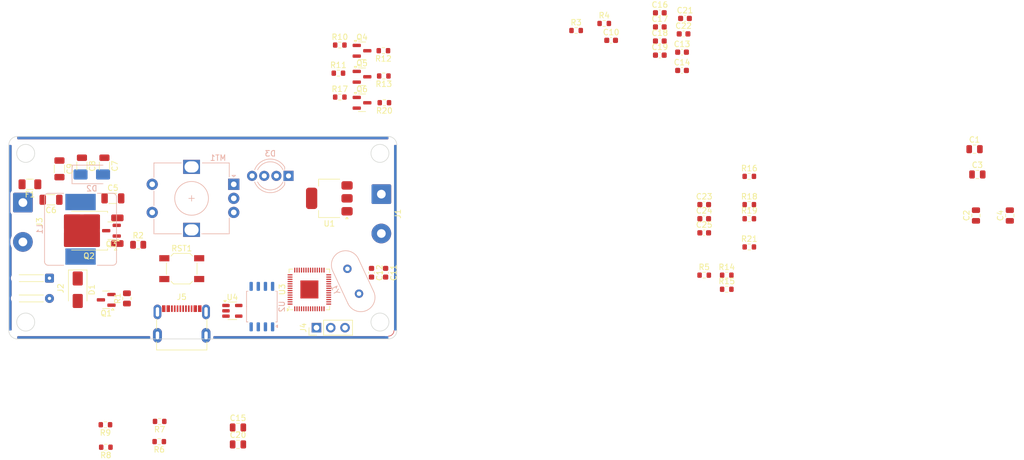
<source format=kicad_pcb>
(kicad_pcb (version 20221018) (generator pcbnew)
  (layers (0 "F.Cu" signal) (31 "B.Cu" signal) (34 "B.Paste" user) (35 "F.Paste" user) (36 "B.SilkS" user "B.Silkscreen") (37 "F.SilkS" user "F.Silkscreen") (38 "B.Mask" user) (39 "F.Mask" user) (44 "Edge.Cuts" user))
  (net 0 "")
  (net 1 "GND")
  (net 2 "/MCU/RUN")
  (net 3 "+3V3")
  (net 4 "Net-(U3-XIN)")
  (net 5 "Net-(U3-XOUT)")
  (net 6 "Net-(U3-VREG_VOUT)")
  (net 7 "/MCU/R1")
  (net 8 "+5V")
  (net 9 "/MCU/G1")
  (net 10 "/MCU/B1")
  (net 11 "/MCU/SWCLK")
  (net 12 "/MCU/SWD")
  (net 13 "Net-(D1-A)")
  (net 14 "Net-(J3-Pin_1)")
  (net 15 "Net-(J3-Pin_2)")
  (net 16 "Net-(J5-CC1)")
  (net 18 "Net-(J5-CC2)")
  (net 19 "/MCU/SS")
  (net 20 "/MCU/MCU_BOOT")
  (net 22 "Net-(Q4-B)")
  (net 23 "/MCU/D+")
  (net 24 "/MCU/M_D+")
  (net 25 "/MCU/D-")
  (net 26 "/MCU/M_D-")
  (net 27 "/MCU/LED1")
  (net 28 "/MCU/LED2")
  (net 29 "/MCU/LED3")
  (net 30 "/MCU/SD1")
  (net 31 "/MCU/SD2")
  (net 32 "/MCU/SD0")
  (net 33 "/MCU/SCLK")
  (net 34 "/MCU/SD3")
  (net 35 "Net-(Q4-C)")
  (net 36 "Net-(Q5-B)")
  (net 37 "Net-(Q5-C)")
  (net 38 "Net-(Q6-B)")
  (net 39 "Net-(Q6-C)")
  (net 52 "/MCU/RE1")
  (net 53 "/MCU/RE2")
  (net 54 "/MCU/RE_SW")
  (net 55 "Net-(MT1-Pad2)")
  (net 56 "Net-(MT1-PadA)")
  (net 57 "Net-(MT1-PadB)")
  (net 58 "+12V")
  (net 59 "Net-(D2-A)")
  (net 63 "/MCU/LED_PWM")
  (net 70 "/MCU/HAP_PWM")
  (footprint "Resistor_SMD:R_0805_2012Metric" (layer "F.Cu") (at 103 103.25)
    (fp_text reference "R2" (at 0 -1.65) (layer "F.SilkS"))
    (fp_text value "100K")
    (pad "1" smd roundrect (at -0.9125 0) (size 1.025 1.4) (layers "F.Cu" "F.Paste" "F.Mask") (roundrect_rratio 0.243902) (net 63 "/MCU/LED_PWM"))
    (pad "2" smd roundrect (at 0.9125 0) (size 1.025 1.4) (layers "F.Cu" "F.Paste" "F.Mask") (roundrect_rratio 0.243902) (net 1 "GND"))
  )
  (footprint "Capacitor_SMD:C_1206_3216Metric" (layer "F.Cu") (at 93 89.25 -90)
    (fp_text reference "C8" (at 0 -1.85 90) (layer "F.SilkS"))
    (fp_text value "100uf/50V")
    (pad "1" smd roundrect (at -1.475 0 270) (size 1.15 1.8) (layers "F.Cu" "F.Paste" "F.Mask") (roundrect_rratio 0.217391) (net 58 "+12V"))
    (pad "2" smd roundrect (at 1.475 0 270) (size 1.15 1.8) (layers "F.Cu" "F.Paste" "F.Mask") (roundrect_rratio 0.217391) (net 59 "Net-(D2-A)"))
  )
  (footprint "Capacitor_SMD:C_0603_1608Metric" (layer "F.Cu") (at 195.775 69.53)
    (fp_text reference "C19" (at 0 -1.43) (layer "F.SilkS"))
    (fp_text value "100nf")
    (pad "1" smd roundrect (at -0.775 0) (size 0.9 0.95) (layers "F.Cu" "F.Paste" "F.Mask") (net 3 "+3V3"))
    (pad "2" smd roundrect (at 0.775 0) (size 0.9 0.95) (layers "F.Cu" "F.Paste" "F.Mask") (net 1 "GND"))
  )
  (footprint "Package_TO_SOT_SMD:SOT-23" (layer "F.Cu") (at 98.25 100.75 180)
    (fp_text reference "Q3" (at 0 -2.4) (layer "F.SilkS"))
    (fp_text value "BS870")
    (pad "1" smd roundrect (at -0.9375 -0.95 180) (size 1.475 0.6) (layers "F.Cu" "F.Paste" "F.Mask") (net 63 "/MCU/LED_PWM"))
    (pad "2" smd roundrect (at -0.9375 0.95 180) (size 1.475 0.6) (layers "F.Cu" "F.Paste" "F.Mask") (net 1 "GND"))
    (pad "3" smd roundrect (at 0.9375 0 180) (size 1.475 0.6) (layers "F.Cu" "F.Paste" "F.Mask") (net 59 "Net-(D2-A)"))
  )
  (footprint "Diode_SMD:D_SMA" (layer "F.Cu") (at 92.25 111.25 -90)
    (fp_text reference "D1" (at 0 -2.5 90) (layer "F.SilkS"))
    (fp_text value "SS14/SS34")
    (pad "1" smd roundrect (at -2 0 270) (size 2.5 1.8) (layers "F.Cu" "F.Paste" "F.Mask") (roundrect_rratio 0.1388888889) (net 3 "+3V3"))
    (pad "2" smd roundrect (at 2 0 270) (size 2.5 1.8) (layers "F.Cu" "F.Paste" "F.Mask") (roundrect_rratio 0.1388888889) (net 13 "Net-(D1-A)"))
  )
  (footprint "Resistor_SMD:R_0603_1608Metric" (layer "F.Cu") (at 211.69 103.64)
    (fp_text reference "R21" (at 0 -1.43) (layer "F.SilkS"))
    (fp_text value "R_US")
    (pad "1" smd roundrect (at -0.825 0) (size 0.8 0.95) (layers "F.Cu" "F.Paste" "F.Mask") (net 54 "/MCU/RE_SW"))
    (pad "2" smd roundrect (at 0.825 0) (size 0.8 0.95) (layers "F.Cu" "F.Paste" "F.Mask") (net 1 "GND"))
  )
  (footprint "Resistor_SMD:R_0603_1608Metric" (layer "F.Cu") (at 211.69 98.62)
    (fp_text reference "R19" (at 0 -1.43) (layer "F.SilkS"))
    (fp_text value "R_US")
    (pad "1" smd roundrect (at -0.825 0) (size 0.8 0.95) (layers "F.Cu" "F.Paste" "F.Mask") (net 53 "/MCU/RE2"))
    (pad "2" smd roundrect (at 0.825 0) (size 0.8 0.95) (layers "F.Cu" "F.Paste" "F.Mask") (net 1 "GND"))
  )
  (footprint "Capacitor_SMD:C_0805_2012Metric" (layer "F.Cu") (at 252 98.05 90)
    (fp_text reference "C2" (at 0 -1.68 90) (layer "F.SilkS"))
    (fp_text value "C")
    (pad "1" smd roundrect (at -0.95 0 90) (size 1 1.45) (layers "F.Cu" "F.Paste" "F.Mask") (net 58 "+12V"))
    (pad "2" smd roundrect (at 0.95 0 90) (size 1 1.45) (layers "F.Cu" "F.Paste" "F.Mask") (net 1 "GND"))
  )
  (footprint "Capacitor_SMD:C_0805_2012Metric" (layer "F.Cu") (at 120.75 138.76)
    (fp_text reference "C20" (at 0 -1.68) (layer "F.SilkS"))
    (fp_text value "10uf")
    (pad "1" smd roundrect (at -0.95 0) (size 1 1.45) (layers "F.Cu" "F.Paste" "F.Mask") (net 3 "+3V3"))
    (pad "2" smd roundrect (at 0.95 0) (size 1 1.45) (layers "F.Cu" "F.Paste" "F.Mask") (net 1 "GND"))
  )
  (footprint "Fuse:Fuse_1206_3216Metric" (layer "F.Cu") (at 83.75 92.5 180)
    (fp_text reference "F1" (at 0 -1.82) (layer "F.SilkS"))
    (fp_text value "Polyfuse")
    (pad "1" smd roundrect (at -1.4 0 180) (size 1.25 1.75) (layers "F.Cu" "F.Paste" "F.Mask") (roundrect_rratio 0.2) (net 58 "+12V"))
    (pad "2" smd roundrect (at 1.4 0 180) (size 1.25 1.75) (layers "F.Cu" "F.Paste" "F.Mask") (roundrect_rratio 0.2) (net 14 "Net-(J3-Pin_1)"))
  )
  (footprint "Capacitor_SMD:C_0603_1608Metric" (layer "F.Cu") (at 187.115 66.895)
    (fp_text reference "C10" (at 0 -1.43) (layer "F.SilkS"))
    (fp_text value "100nf")
    (pad "1" smd roundrect (at -0.775 0) (size 0.9 0.95) (layers "F.Cu" "F.Paste" "F.Mask") (net 3 "+3V3"))
    (pad "2" smd roundrect (at 0.775 0) (size 0.9 0.95) (layers "F.Cu" "F.Paste" "F.Mask") (net 1 "GND"))
  )
  (footprint "Capacitor_SMD:C_0603_1608Metric" (layer "F.Cu") (at 195.775 67.02)
    (fp_text reference "C18" (at 0 -1.43) (layer "F.SilkS"))
    (fp_text value "100nf")
    (pad "1" smd roundrect (at -0.775 0) (size 0.9 0.95) (layers "F.Cu" "F.Paste" "F.Mask") (net 3 "+3V3"))
    (pad "2" smd roundrect (at 0.775 0) (size 0.9 0.95) (layers "F.Cu" "F.Paste" "F.Mask") (net 1 "GND"))
  )
  (footprint "Connector_PinHeader_2.54mm:PinHeader_1x03_P2.54mm_Vertical" (layer "F.Cu") (at 134.71 118 90)
    (fp_text reference "J4" (at 0 -2.33 90) (layer "F.SilkS"))
    (fp_text value "Conn_01x03_Male")
    (pad "1" thru_hole rect (at 0 0 90) (size 1.7 1.7) (drill 1) (layers "*.Cu" "*.Mask") (net 11 "/MCU/SWCLK"))
    (pad "2" thru_hole oval (at 0 2.54 90) (size 1.7 1.7) (drill 1) (layers "*.Cu" "*.Mask") (net 1 "GND"))
    (pad "3" thru_hole oval (at 0 5.08 90) (size 1.7 1.7) (drill 1) (layers "*.Cu" "*.Mask") (net 12 "/MCU/SWD"))
  )
  (footprint "Capacitor_SMD:C_0603_1608Metric" (layer "F.Cu") (at 144.5 108.225 -90)
    (fp_text reference "C12" (at 0 -1.43 90) (layer "F.SilkS"))
    (fp_text value "20pf")
    (pad "1" smd roundrect (at -0.775 0 270) (size 0.9 0.95) (layers "F.Cu" "F.Paste" "F.Mask") (net 1 "GND"))
    (pad "2" smd roundrect (at 0.775 0 270) (size 0.9 0.95) (layers "F.Cu" "F.Paste" "F.Mask") (net 5 "Net-(U3-XOUT)"))
  )
  (footprint "Package_TO_SOT_SMD:SOT-23" (layer "F.Cu") (at 142.8125 68.75)
    (fp_text reference "Q4" (at 0 -2.4) (layer "F.SilkS"))
    (fp_text value "BC547")
    (pad "1" smd roundrect (at -0.9375 -0.95) (size 1.475 0.6) (layers "F.Cu" "F.Paste" "F.Mask") (net 22 "Net-(Q4-B)"))
    (pad "2" smd roundrect (at -0.9375 0.95) (size 1.475 0.6) (layers "F.Cu" "F.Paste" "F.Mask") (net 1 "GND"))
    (pad "3" smd roundrect (at 0.9375 0) (size 1.475 0.6) (layers "F.Cu" "F.Paste" "F.Mask") (net 35 "Net-(Q4-C)"))
  )
  (footprint "Capacitor_SMD:C_0603_1608Metric" (layer "F.Cu") (at 199.725 72.25)
    (fp_text reference "C14" (at 0 -1.43) (layer "F.SilkS"))
    (fp_text value "100nf")
    (pad "1" smd roundrect (at -0.775 0) (size 0.9 0.95) (layers "F.Cu" "F.Paste" "F.Mask") (net 6 "Net-(U3-VREG_VOUT)"))
    (pad "2" smd roundrect (at 0.775 0) (size 0.9 0.95) (layers "F.Cu" "F.Paste" "F.Mask") (net 1 "GND"))
  )
  (footprint "Package_TO_SOT_SMD:SOT-23" (layer "F.Cu") (at 97.3125 113.05 180)
    (fp_text reference "Q1" (at 0 -2.4) (layer "F.SilkS"))
    (fp_text value "BS870")
    (pad "1" smd roundrect (at -0.9375 -0.95 180) (size 1.475 0.6) (layers "F.Cu" "F.Paste" "F.Mask") (net 70 "/MCU/HAP_PWM"))
    (pad "2" smd roundrect (at -0.9375 0.95 180) (size 1.475 0.6) (layers "F.Cu" "F.Paste" "F.Mask") (net 1 "GND"))
    (pad "3" smd roundrect (at 0.9375 0 180) (size 1.475 0.6) (layers "F.Cu" "F.Paste" "F.Mask") (net 13 "Net-(D1-A)"))
  )
  (footprint "Capacitor_SMD:C_0805_2012Metric" (layer "F.Cu") (at 252.25 90.75)
    (fp_text reference "C3" (at 0 -1.68) (layer "F.SilkS"))
    (fp_text value "10uf")
    (pad "1" smd roundrect (at -0.95 0) (size 1 1.45) (layers "F.Cu" "F.Paste" "F.Mask") (net 3 "+3V3"))
    (pad "2" smd roundrect (at 0.95 0) (size 1 1.45) (layers "F.Cu" "F.Paste" "F.Mask") (net 1 "GND"))
  )
  (footprint "Capacitor_SMD:C_1206_3216Metric" (layer "F.Cu") (at 89 89.75 -90)
    (fp_text reference "C9" (at 0 -1.85 90) (layer "F.SilkS"))
    (fp_text value "100uf/50V")
    (pad "1" smd roundrect (at -1.475 0 270) (size 1.15 1.8) (layers "F.Cu" "F.Paste" "F.Mask") (roundrect_rratio 0.217391) (net 58 "+12V"))
    (pad "2" smd roundrect (at 1.475 0 270) (size 1.15 1.8) (layers "F.Cu" "F.Paste" "F.Mask") (roundrect_rratio 0.217391) (net 59 "Net-(D2-A)"))
  )
  (footprint "Capacitor_SMD:C_0603_1608Metric" (layer "F.Cu") (at 195.775 62)
    (fp_text reference "C16" (at 0 -1.43) (layer "F.SilkS"))
    (fp_text value "100nf")
    (pad "1" smd roundrect (at -0.775 0) (size 0.9 0.95) (layers "F.Cu" "F.Paste" "F.Mask") (net 3 "+3V3"))
    (pad "2" smd roundrect (at 0.775 0) (size 0.9 0.95) (layers "F.Cu" "F.Paste" "F.Mask") (net 1 "GND"))
  )
  (footprint "Resistor_SMD:R_0603_1608Metric" (layer "F.Cu") (at 203.67 108.66)
    (fp_text reference "R5" (at 0 -1.43) (layer "F.SilkS"))
    (fp_text value "10K")
    (pad "1" smd roundrect (at -0.825 0) (size 0.8 0.95) (layers "F.Cu" "F.Paste" "F.Mask") (net 2 "/MCU/RUN"))
    (pad "2" smd roundrect (at 0.825 0) (size 0.8 0.95) (layers "F.Cu" "F.Paste" "F.Mask") (net 3 "+3V3"))
  )
  (footprint "Capacitor_SMD:C_0603_1608Metric" (layer "F.Cu") (at 195.775 64.51)
    (fp_text reference "C17" (at 0 -1.43) (layer "F.SilkS"))
    (fp_text value "100nf")
    (pad "1" smd roundrect (at -0.775 0) (size 0.9 0.95) (layers "F.Cu" "F.Paste" "F.Mask") (net 3 "+3V3"))
    (pad "2" smd roundrect (at 0.775 0) (size 0.9 0.95) (layers "F.Cu" "F.Paste" "F.Mask") (net 1 "GND"))
  )
  (footprint "Capacitor_SMD:C_0805_2012Metric" (layer "F.Cu") (at 251.75 86.25)
    (fp_text reference "C1" (at 0 -1.68) (layer "F.SilkS"))
    (fp_text value "10uf")
    (pad "1" smd roundrect (at -0.95 0) (size 1 1.45) (layers "F.Cu" "F.Paste" "F.Mask") (net 58 "+12V"))
    (pad "2" smd roundrect (at 0.95 0) (size 1 1.45) (layers "F.Cu" "F.Paste" "F.Mask") (net 1 "GND"))
  )
  (footprint "Package_TO_SOT_SMD:SOT-223-3_TabPin2" (layer "F.Cu") (at 137 95 180)
    (fp_text reference "U1" (at 0 -4.5) (layer "F.SilkS"))
    (fp_text value "LM1117-3.3")
    (pad "1" smd roundrect (at -3.15 -2.3 180) (size 2 1.5) (layers "F.Cu" "F.Paste" "F.Mask") (net 1 "GND"))
    (pad "2" smd roundrect (at -3.15 0 180) (size 2 1.5) (layers "F.Cu" "F.Paste" "F.Mask") (net 3 "+3V3"))
    (pad "2" smd roundrect (at 3.15 0 180) (size 2 3.8) (layers "F.Cu" "F.Paste" "F.Mask") (net 3 "+3V3"))
    (pad "3" smd roundrect (at -3.15 2.3 180) (size 2 1.5) (layers "F.Cu" "F.Paste" "F.Mask") (net 58 "+12V"))
  )
  (footprint "Resistor_SMD:R_0603_1608Metric" (layer "F.Cu") (at 207.68 111.17)
    (fp_text reference "R15" (at 0 -1.43) (layer "F.SilkS"))
    (fp_text value "R_US")
    (pad "1" smd roundrect (at -0.825 0) (size 0.8 0.95) (layers "F.Cu" "F.Paste" "F.Mask") (net 52 "/MCU/RE1"))
    (pad "2" smd roundrect (at 0.825 0) (size 0.8 0.95) (layers "F.Cu" "F.Paste" "F.Mask") (net 1 "GND"))
  )
  (footprint "Resistor_SMD:R_0603_1608Metric" (layer "F.Cu") (at 97.175 135.26 180)
    (fp_text reference "R9" (at 0 -1.43) (layer "F.SilkS"))
    (fp_text value "27R")
    (pad "1" smd roundrect (at -0.825 0 180) (size 0.8 0.95) (layers "F.Cu" "F.Paste" "F.Mask") (net 25 "/MCU/D-"))
    (pad "2" smd roundrect (at 0.825 0 180) (size 0.8 0.95) (layers "F.Cu" "F.Paste" "F.Mask") (net 26 "/MCU/M_D-"))
  )
  (footprint "Package_TO_SOT_SMD:TO-252-2" (layer "F.Cu") (at 94.26 100.75 180)
    (fp_text reference "Q2" (at 0 -4.5) (layer "F.SilkS"))
    (fp_text value "STD7NK40Z")
    (pad "1" smd roundrect (at -5.04 -2.28 180) (size 2.2 1.2) (layers "F.Cu" "F.Paste" "F.Mask") (roundrect_rratio 0.208333) (net 63 "/MCU/LED_PWM"))
    (pad "2" smd roundrect (at -0.415 -1.525 180) (size 3.05 2.75) (layers "F.Cu" "F.Paste") (roundrect_rratio 0.090909) (net 59 "Net-(D2-A)"))
    (pad "2" smd roundrect (at -0.415 1.525 180) (size 3.05 2.75) (layers "F.Cu" "F.Paste") (roundrect_rratio 0.090909) (net 59 "Net-(D2-A)"))
    (pad "2" smd roundrect (at 1.26 0 180) (size 6.4 5.8) (layers "F.Cu" "F.Mask") (roundrect_rratio 0.043103) (net 59 "Net-(D2-A)"))
    (pad "2" smd roundrect (at 2.935 -1.525 180) (size 3.05 2.75) (layers "F.Cu" "F.Paste") (roundrect_rratio 0.090909) (net 59 "Net-(D2-A)"))
    (pad "2" smd roundrect (at 2.935 1.525 180) (size 3.05 2.75) (layers "F.Cu" "F.Paste") (roundrect_rratio 0.090909) (net 59 "Net-(D2-A)"))
    (pad "3" smd roundrect (at -5.04 2.28 180) (size 2.2 1.2) (layers "F.Cu" "F.Paste" "F.Mask") (roundrect_rratio 0.208333) (net 1 "GND"))
  )
  (footprint "Resistor_SMD:R_0603_1608Metric" (layer "F.Cu") (at 211.69 91.09)
    (fp_text reference "R16" (at 0 -1.43) (layer "F.SilkS"))
    (fp_text value "R_US")
    (pad "1" smd roundrect (at -0.825 0) (size 0.8 0.95) (layers "F.Cu" "F.Paste" "F.Mask") (net 56 "Net-(MT1-PadA)"))
    (pad "2" smd roundrect (at 0.825 0) (size 0.8 0.95) (layers "F.Cu" "F.Paste" "F.Mask") (net 53 "/MCU/RE2"))
  )
  (footprint "Resistor_SMD:R_0603_1608Metric" (layer "F.Cu") (at 106.75 138.26 180)
    (fp_text reference "R6" (at 0 -1.43) (layer "F.SilkS"))
    (fp_text value "R_US")
    (pad "1" smd roundrect (at -0.825 0 180) (size 0.8 0.95) (layers "F.Cu" "F.Paste" "F.Mask") (net 16 "Net-(J5-CC1)"))
    (pad "2" smd roundrect (at 0.825 0 180) (size 0.8 0.95) (layers "F.Cu" "F.Paste" "F.Mask") (net 1 "GND"))
  )
  (footprint "Capacitor_SMD:C_0603_1608Metric" (layer "F.Cu") (at 203.67 96.11)
    (fp_text reference "C23" (at 0 -1.43) (layer "F.SilkS"))
    (fp_text value "C")
    (pad "1" smd roundrect (at -0.775 0) (size 0.9 0.95) (layers "F.Cu" "F.Paste" "F.Mask") (net 52 "/MCU/RE1"))
    (pad "2" smd roundrect (at 0.775 0) (size 0.9 0.95) (layers "F.Cu" "F.Paste" "F.Mask") (net 1 "GND"))
  )
  (footprint "Capacitor_SMD:C_0603_1608Metric" (layer "F.Cu") (at 147.01 108.225 -90)
    (fp_text reference "C11" (at 0 -1.43 90) (layer "F.SilkS"))
    (fp_text value "20pf")
    (pad "1" smd roundrect (at -0.775 0 270) (size 0.9 0.95) (layers "F.Cu" "F.Paste" "F.Mask") (net 1 "GND"))
    (pad "2" smd roundrect (at 0.775 0 270) (size 0.9 0.95) (layers "F.Cu" "F.Paste" "F.Mask") (net 4 "Net-(U3-XIN)"))
  )
  (footprint "USB:USB_C_Receptacle_Palconn_UTC16-G" (layer "F.Cu") (at 110.75 117.125)
    (fp_text reference "J5" (at 0 -4.58) (layer "F.SilkS"))
    (fp_text value "USB_C_Receptacle_USB2.0")
    (pad "" np_thru_hole circle (at -2.89 -1.45 180) (size 0.6 0.6) (drill 0.6) (layers "*.Cu" "*.Mask"))
    (pad "" np_thru_hole circle (at 2.89 -1.45 180) (size 0.6 0.6) (drill 0.6) (layers "*.Cu" "*.Mask"))
    (pad "A1" smd rect (at -3.2 -2.51) (size 0.6 1.16) (layers "F.Cu" "F.Paste" "F.Mask") (net 1 "GND"))
    (pad "A4" smd rect (at -2.4 -2.51) (size 0.6 1.16) (layers "F.Cu" "F.Paste" "F.Mask") (net 8 "+5V"))
    (pad "A5" smd rect (at -1.25 -2.51 180) (size 0.3 1.16) (layers "F.Cu" "F.Paste" "F.Mask") (net 16 "Net-(J5-CC1)"))
    (pad "A6" smd rect (at -0.25 -2.51 180) (size 0.3 1.16) (layers "F.Cu" "F.Paste" "F.Mask") (net 23 "/MCU/D+"))
    (pad "A7" smd rect (at 0.25 -2.51 180) (size 0.3 1.16) (layers "F.Cu" "F.Paste" "F.Mask") (net 25 "/MCU/D-"))
    (pad "A8" smd rect (at 1.25 -2.51 180) (size 0.3 1.16) (layers "F.Cu" "F.Paste" "F.Mask"))
    (pad "A9" smd rect (at 2.4 -2.51) (size 0.6 1.16) (layers "F.Cu" "F.Paste" "F.Mask") (net 8 "+5V"))
    (pad "A12" smd rect (at 3.2 -2.51) (size 0.6 1.16) (layers "F.Cu" "F.Paste" "F.Mask") (net 1 "GND"))
    (pad "B1" smd rect (at 3.2 -2.51) (size 0.6 1.16) (layers "F.Cu" "F.Paste" "F.Mask") (net 1 "GND"))
    (pad "B4" smd rect (at 2.4 -2.51) (size 0.6 1.16) (layers "F.Cu" "F.Paste" "F.Mask") (net 8 "+5V"))
    (pad "B5" smd rect (at 1.75 -2.51 180) (size 0.3 1.16) (layers "F.Cu" "F.Paste" "F.Mask") (net 18 "Net-(J5-CC2)"))
    (pad "B6" smd rect (at 0.75 -2.51 180) (size 0.3 1.16) (layers "F.Cu" "F.Paste" "F.Mask") (net 23 "/MCU/D+"))
    (pad "B7" smd rect (at -0.75 -2.51 180) (size 0.3 1.16) (layers "F.Cu" "F.Paste" "F.Mask") (net 25 "/MCU/D-"))
    (pad "B8" smd rect (at -1.75 -2.51 180) (size 0.3 1.16) (layers "F.Cu" "F.Paste" "F.Mask"))
    (pad "B9" smd rect (at -2.4 -2.51) (size 0.6 1.16) (layers "F.Cu" "F.Paste" "F.Mask") (net 8 "+5V"))
    (pad "B12" smd rect (at -3.2 -2.51) (size 0.6 1.16) (layers "F.Cu" "F.Paste" "F.Mask") (net 1 "GND"))
    (pad "S1" thru_hole oval (at -4.32 -1.93 90) (size 2.6 1.4) (drill oval 1.7 0.6) (layers "*.Cu" "*.Mask") (net 1 "GND"))
    (pad "S1" thru_hole oval (at -4.32 2.24 90) (size 2.6 1.6) (drill oval 1.4 0.6) (layers "*.Cu" "*.Mask") (net 1 "GND"))
    (pad "S1" thru_hole oval (at 4.32 -1.93 90) (size 2.6 1.4) (drill oval 1.7 0.6) (layers "*.Cu" "*.Mask") (net 1 "GND"))
    (pad "S1" thru_hole oval (at 4.32 2.24 90) (size 2.6 1.6) (drill oval 1.4 0.6) (layers "*.Cu" "*.Mask") (net 1 "GND"))
  )
  (footprint "Resistor_SMD:R_0603_1608Metric" (layer "F.Cu") (at 97.25 139.26 180)
    (fp_text reference "R8" (at 0 -1.43) (layer "F.SilkS"))
    (fp_text value "27R")
    (pad "1" smd roundrect (at -0.825 0 180) (size 0.8 0.95) (layers "F.Cu" "F.Paste" "F.Mask") (net 23 "/MCU/D+"))
    (pad "2" smd roundrect (at 0.825 0 180) (size 0.8 0.95) (layers "F.Cu" "F.Paste" "F.Mask") (net 24 "/MCU/M_D+"))
  )
  (footprint "Package_DFN_QFN:QFN-56-1EP_7x7mm_P0.4mm_EP3.2x3.2mm" (layer "F.Cu") (at 133.45 111.2 90)
    (fp_text reference "U3" (at 0 -4.83 90) (layer "F.SilkS"))
    (fp_text value "RP2040")
    (pad "1" smd roundrect (at -3.4375 -2.6 90) (size 0.875 0.2) (layers "F.Cu" "F.Paste" "F.Mask") (net 3 "+3V3"))
    (pad "2" smd roundrect (at -3.4375 -2.2 90) (size 0.875 0.2) (layers "F.Cu" "F.Paste" "F.Mask"))
    (pad "3" smd roundrect (at -3.4375 -1.8 90) (size 0.875 0.2) (layers "F.Cu" "F.Paste" "F.Mask"))
    (pad "4" smd roundrect (at -3.4375 -1.4 90) (size 0.875 0.2) (layers "F.Cu" "F.Paste" "F.Mask"))
    (pad "5" smd roundrect (at -3.4375 -1 90) (size 0.875 0.2) (layers "F.Cu" "F.Paste" "F.Mask"))
    (pad "6" smd roundrect (at -3.4375 -0.6 90) (size 0.875 0.2) (layers "F.Cu" "F.Paste" "F.Mask") (net 29 "/MCU/LED3"))
    (pad "7" smd roundrect (at -3.4375 -0.2 90) (size 0.875 0.2) (layers "F.Cu" "F.Paste" "F.Mask") (net 28 "/MCU/LED2"))
    (pad "8" smd roundrect (at -3.4375 0.2 90) (size 0.875 0.2) (layers "F.Cu" "F.Paste" "F.Mask") (net 27 "/MCU/LED1"))
    (pad "9" smd roundrect (at -3.4375 0.6 90) (size 0.875 0.2) (layers "F.Cu" "F.Paste" "F.Mask"))
    (pad "10" smd roundrect (at -3.4375 1 90) (size 0.875 0.2) (layers "F.Cu" "F.Paste" "F.Mask") (net 3 "+3V3"))
    (pad "11" smd roundrect (at -3.4375 1.4 90) (size 0.875 0.2) (layers "F.Cu" "F.Paste" "F.Mask"))
    (pad "12" smd roundrect (at -3.4375 1.8 90) (size 0.875 0.2) (layers "F.Cu" "F.Paste" "F.Mask"))
    (pad "13" smd roundrect (at -3.4375 2.2 90) (size 0.875 0.2) (layers "F.Cu" "F.Paste" "F.Mask"))
    (pad "14" smd roundrect (at -3.4375 2.6 90) (size 0.875 0.2) (layers "F.Cu" "F.Paste" "F.Mask"))
    (pad "15" smd roundrect (at -2.6 3.4375 90) (size 0.2 0.875) (layers "F.Cu" "F.Paste" "F.Mask"))
    (pad "16" smd roundrect (at -2.2 3.4375 90) (size 0.2 0.875) (layers "F.Cu" "F.Paste" "F.Mask"))
    (pad "17" smd roundrect (at -1.8 3.4375 90) (size 0.2 0.875) (layers "F.Cu" "F.Paste" "F.Mask"))
    (pad "18" smd roundrect (at -1.4 3.4375 90) (size 0.2 0.875) (layers "F.Cu" "F.Paste" "F.Mask"))
    (pad "19" smd roundrect (at -1 3.4375 90) (size 0.2 0.875) (layers "F.Cu" "F.Paste" "F.Mask") (net 1 "GND"))
    (pad "20" smd roundrect (at -0.6 3.4375 90) (size 0.2 0.875) (layers "F.Cu" "F.Paste" "F.Mask") (net 4 "Net-(U3-XIN)"))
    (pad "21" smd roundrect (at -0.2 3.4375 90) (size 0.2 0.875) (layers "F.Cu" "F.Paste" "F.Mask") (net 5 "Net-(U3-XOUT)"))
    (pad "22" smd roundrect (at 0.2 3.4375 90) (size 0.2 0.875) (layers "F.Cu" "F.Paste" "F.Mask") (net 3 "+3V3"))
    (pad "23" smd roundrect (at 0.6 3.4375 90) (size 0.2 0.875) (layers "F.Cu" "F.Paste" "F.Mask") (net 6 "Net-(U3-VREG_VOUT)"))
    (pad "24" smd roundrect (at 1 3.4375 90) (size 0.2 0.875) (layers "F.Cu" "F.Paste" "F.Mask") (net 11 "/MCU/SWCLK"))
    (pad "25" smd roundrect (at 1.4 3.4375 90) (size 0.2 0.875) (layers "F.Cu" "F.Paste" "F.Mask") (net 12 "/MCU/SWD"))
    (pad "26" smd roundrect (at 1.8 3.4375 90) (size 0.2 0.875) (layers "F.Cu" "F.Paste" "F.Mask") (net 2 "/MCU/RUN"))
    (pad "27" smd roundrect (at 2.2 3.4375 90) (size 0.2 0.875) (layers "F.Cu" "F.Paste" "F.Mask"))
    (pad "28" smd roundrect (at 2.6 3.4375 90) (size 0.2 0.875) (layers "F.Cu" "F.Paste" "F.Mask"))
    (pad "29" smd roundrect (at 3.4375 2.6 90) (size 0.875 0.2) (layers "F.Cu" "F.Paste" "F.Mask") (net 70 "/MCU/HAP_PWM"))
    (pad "30" smd roundrect (at 3.4375 2.2 90) (size 0.875 0.2) (layers "F.Cu" "F.Paste" "F.Mask") (net 63 "/MCU/LED_PWM"))
    (pad "31" smd roundrect (at 3.4375 1.8 90) (size 0.875 0.2) (layers "F.Cu" "F.Paste" "F.Mask"))
    (pad "32" smd roundrect (at 3.4375 1.4 90) (size 0.875 0.2) (layers "F.Cu" "F.Paste" "F.Mask"))
    (pad "33" smd roundrect (at 3.4375 1 90) (size 0.875 0.2) (layers "F.Cu" "F.Paste" "F.Mask") (net 3 "+3V3"))
    (pad "34" smd roundrect (at 3.4375 0.6 90) (size 0.875 0.2) (layers "F.Cu" "F.Paste" "F.Mask"))
    (pad "35" smd roundrect (at 3.4375 0.2 90) (size 0.875 0.2) (layers "F.Cu" "F.Paste" "F.Mask"))
    (pad "36" smd roundrect (at 3.4375 -0.2 90) (size 0.875 0.2) (layers "F.Cu" "F.Paste" "F.Mask"))
    (pad "37" smd roundrect (at 3.4375 -0.6 90) (size 0.875 0.2) (layers "F.Cu" "F.Paste" "F.Mask"))
    (pad "38" smd roundrect (at 3.4375 -1 90) (size 0.875 0.2) (layers "F.Cu" "F.Paste" "F.Mask"))
    (pad "39" smd roundrect (at 3.4375 -1.4 90) (size 0.875 0.2) (layers "F.Cu" "F.Paste" "F.Mask") (net 54 "/MCU/RE_SW"))
    (pad "40" smd roundrect (at 3.4375 -1.8 90) (size 0.875 0.2) (layers "F.Cu" "F.Paste" "F.Mask") (net 53 "/MCU/RE2"))
    (pad "41" smd roundrect (at 3.4375 -2.2 90) (size 0.875 0.2) (layers "F.Cu" "F.Paste" "F.Mask") (net 52 "/MCU/RE1"))
    (pad "42" smd roundrect (at 3.4375 -2.6 90) (size 0.875 0.2) (layers "F.Cu" "F.Paste" "F.Mask") (net 3 "+3V3"))
    (pad "43" smd roundrect (at 2.6 -3.4375 90) (size 0.2 0.875) (layers "F.Cu" "F.Paste" "F.Mask") (net 3 "+3V3"))
    (pad "44" smd roundrect (at 2.2 -3.4375 90) (size 0.2 0.875) (layers "F.Cu" "F.Paste" "F.Mask") (net 3 "+3V3"))
    (pad "45" smd roundrect (at 1.8 -3.4375 90) (size 0.2 0.875) (layers "F.Cu" "F.Paste" "F.Mask") (net 6 "Net-(U3-VREG_VOUT)"))
    (pad "46" smd roundrect (at 1.4 -3.4375 90) (size 0.2 0.875) (layers "F.Cu" "F.Paste" "F.Mask") (net 26 "/MCU/M_D-"))
    (pad "47" smd roundrect (at 1 -3.4375 90) (size 0.2 0.875) (layers "F.Cu" "F.Paste" "F.Mask") (net 24 "/MCU/M_D+"))
    (pad "48" smd roundrect (at 0.6 -3.4375 90) (size 0.2 0.875) (layers "F.Cu" "F.Paste" "F.Mask") (net 3 "+3V3"))
    (pad "49" smd roundrect (at 0.2 -3.4375 90) (size 0.2 0.875) (layers "F.Cu" "F.Paste" "F.Mask") (net 3 "+3V3"))
    (pad "50" smd roundrect (at -0.2 -3.4375 90) (size 0.2 0.875) (layers "F.Cu" "F.Paste" "F.Mask") (net 6 "Net-(U3-VREG_VOUT)"))
    (pad "51" smd roundrect (at -0.6 -3.4375 90) (size 0.2 0.875) (layers "F.Cu" "F.Paste" "F.Mask") (net 34 "/MCU/SD3"))
    (pad "52" smd roundrect (at -1 -3.4375 90) (size 0.2 0.875) (layers "F.Cu" "F.Paste" "F.Mask") (net 33 "/MCU/SCLK"))
    (pad "53" smd roundrect (at -1.4 -3.4375 90) (size 0.2 0.875) (layers "F.Cu" "F.Paste" "F.Mask") (net 32 "/MCU/SD0"))
    (pad "54" smd roundrect (at -1.8 -3.4375 90) (size 0.2 0.875) (layers "F.Cu" "F.Paste" "F.Mask") (net 31 "/MCU/SD2"))
    (pad "55" smd roundrect (at -2.2 -3.4375 90) (size 0.2 0.875) (layers "F.Cu" "F.Paste" "F.Mask") (net 30 "/MCU/SD1"))
    (pad "56" smd roundrect (at -2.6 -3.4375 90) (size 0.2 0.875) (layers "F.Cu" "F.Paste" "F.Mask") (net 19 "/MCU/SS"))
    (pad "57" smd rect (at 0 0 90) (size 3.2 3.2) (property pad_prop_heatsink) (layers "F.Cu" "F.Mask") (net 1 "GND"))
  )
  (footprint "Resistor_SMD:R_0603_1608Metric" (layer "F.Cu") (at 146.6875 73.235 180)
    (fp_text reference "R13" (at 0 -1.43) (layer "F.SilkS"))
    (fp_text value "1K")
    (pad "1" smd roundrect (at -0.825 0 180) (size 0.8 0.95) (layers "F.Cu" "F.Paste" "F.Mask") (net 9 "/MCU/G1"))
    (pad "2" smd roundrect (at 0.825 0 180) (size 0.8 0.95) (layers "F.Cu" "F.Paste" "F.Mask") (net 37 "Net-(Q5-C)"))
  )
  (footprint "Resistor_SMD:R_0603_1608Metric" (layer "F.Cu") (at 138.8625 67.735)
    (fp_text reference "R10" (at 0 -1.43) (layer "F.SilkS"))
    (fp_text value "4K7")
    (pad "1" smd roundrect (at -0.825 0) (size 0.8 0.95) (layers "F.Cu" "F.Paste" "F.Mask") (net 27 "/MCU/LED1"))
    (pad "2" smd roundrect (at 0.825 0) (size 0.8 0.95) (layers "F.Cu" "F.Paste" "F.Mask") (net 22 "Net-(Q4-B)"))
  )
  (footprint "Resistor_SMD:R_0603_1608Metric" (layer "F.Cu") (at 146.7875 77.985 180)
    (fp_text reference "R20" (at 0 -1.43) (layer "F.SilkS"))
    (fp_text value "1K")
    (pad "1" smd roundrect (at -0.825 0 180) (size 0.8 0.95) (layers "F.Cu" "F.Paste" "F.Mask") (net 10 "/MCU/B1"))
    (pad "2" smd roundrect (at 0.825 0 180) (size 0.8 0.95) (layers "F.Cu" "F.Paste" "F.Mask") (net 39 "Net-(Q6-C)"))
  )
  (footprint "Capacitor_SMD:C_0603_1608Metric" (layer "F.Cu") (at 199.725 69)
    (fp_text reference "C13" (at 0 -1.43) (layer "F.SilkS"))
    (fp_text value "100nf")
    (pad "1" smd roundrect (at -0.775 0) (size 0.9 0.95) (layers "F.Cu" "F.Paste" "F.Mask") (net 6 "Net-(U3-VREG_VOUT)"))
    (pad "2" smd roundrect (at 0.775 0) (size 0.9 0.95) (layers "F.Cu" "F.Paste" "F.Mask") (net 1 "GND"))
  )
  (footprint "Resistor_SMD:R_0603_1608Metric" (layer "F.Cu") (at 146.6125 68.735 180)
    (fp_text reference "R12" (at 0 -1.43) (layer "F.SilkS"))
    (fp_text value "1K")
    (pad "1" smd roundrect (at -0.825 0 180) (size 0.8 0.95) (layers "F.Cu" "F.Paste" "F.Mask") (net 7 "/MCU/R1"))
    (pad "2" smd roundrect (at 0.825 0 180) (size 0.8 0.95) (layers "F.Cu" "F.Paste" "F.Mask") (net 35 "Net-(Q4-C)"))
  )
  (footprint "Resistor_SMD:R_0603_1608Metric" (layer "F.Cu") (at 185.89 63.895)
    (fp_text reference "R4" (at 0 -1.43) (layer "F.SilkS"))
    (fp_text value "10K")
    (pad "1" smd roundrect (at -0.825 0) (size 0.8 0.95) (layers "F.Cu" "F.Paste" "F.Mask") (net 19 "/MCU/SS"))
    (pad "2" smd roundrect (at 0.825 0) (size 0.8 0.95) (layers "F.Cu" "F.Paste" "F.Mask") (net 3 "+3V3"))
  )
  (footprint "Package_TO_SOT_SMD:SOT-23-5" (layer "F.Cu") (at 119.75 115)
    (fp_text reference "U4" (at 0 -2.4) (layer "F.SilkS"))
    (fp_text value "MIC5219-3.3YM5")
    (pad "1" smd roundrect (at -1.1375 -0.95) (size 1.325 0.6) (layers "F.Cu" "F.Paste" "F.Mask") (net 8 "+5V"))
    (pad "2" smd roundrect (at -1.1375 0) (size 1.325 0.6) (layers "F.Cu" "F.Paste" "F.Mask") (net 1 "GND"))
    (pad "3" smd roundrect (at -1.1375 0.95) (size 1.325 0.6) (layers "F.Cu" "F.Paste" "F.Mask") (net 8 "+5V"))
    (pad "4" smd roundrect (at 1.1375 0.95) (size 1.325 0.6) (layers "F.Cu" "F.Paste" "F.Mask"))
    (pad "5" smd roundrect (at 1.1375 -0.95) (size 1.325 0.6) (layers "F.Cu" "F.Paste" "F.Mask") (net 3 "+3V3"))
  )
  (footprint "Capacitor_SMD:C_1206_3216Metric" (layer "F.Cu") (at 87.5 95.25 180)
    (fp_text reference "C6" (at 0 -1.85) (layer "F.SilkS"))
    (fp_text value "100uf/50V")
    (pad "1" smd roundrect (at -1.475 0 180) (size 1.15 1.8) (layers "F.Cu" "F.Paste" "F.Mask") (roundrect_rratio 0.217391) (net 59 "Net-(D2-A)"))
    (pad "2" smd roundrect (at 1.475 0 180) (size 1.15 1.8) (layers "F.Cu" "F.Paste" "F.Mask") (roundrect_rratio 0.217391) (net 1 "GND"))
  )
  (footprint "Capacitor_SMD:C_1206_3216Metric" (layer "F.Cu") (at 97 89.25 -90)
    (fp_text reference "C7" (at 0 -1.85 90) (layer "F.SilkS"))
    (fp_text value "100uf/50V")
    (pad "1" smd roundrect (at -1.475 0 270) (size 1.15 1.8) (layers "F.Cu" "F.Paste" "F.Mask") (roundrect_rratio 0.217391) (net 58 "+12V"))
    (pad "2" smd roundrect (at 1.475 0 270) (size 1.15 1.8) (layers "F.Cu" "F.Paste" "F.Mask") (roundrect_rratio 0.217391) (net 59 "Net-(D2-A)"))
  )
  (footprint "Capacitor_SMD:C_1206_3216Metric" (layer "F.Cu") (at 98.5 95)
    (fp_text reference "C5" (at 0 -1.85) (layer "F.SilkS"))
    (fp_text value "220uf/50V")
    (pad "1" smd roundrect (at -1.475 0) (size 1.15 1.8) (layers "F.Cu" "F.Paste" "F.Mask") (roundrect_rratio 0.217391) (net 59 "Net-(D2-A)"))
    (pad "2" smd roundrect (at 1.475 0) (size 1.15 1.8) (layers "F.Cu" "F.Paste" "F.Mask") (roundrect_rratio 0.217391) (net 1 "GND"))
  )
  (footprint "Connector_Wire:SolderWire-0.75sqmm_1x02_P7mm_D1.25mm_OD3.5mm" (layer "F.Cu") (at 82.5 95.75 -90)
    (fp_text reference "J3" (at 3.5 -2.95 90) (layer "F.SilkS"))
    (fp_text value "Conn_01x02_Pin")
    (pad "1" thru_hole roundrect (at 0 0 270) (size 3.5 3.5) (drill 1.55) (layers "*.Cu" "*.Mask") (roundrect_rratio 0.071429) (net 14 "Net-(J3-Pin_1)"))
    (pad "2" thru_hole circle (at 7 0 270) (size 3.5 3.5) (drill 1.55) (layers "*.Cu" "*.Mask") (net 15 "Net-(J3-Pin_2)"))
  )
  (footprint "Resistor_SMD:R_0603_1608Metric" (layer "F.Cu") (at 211.69 96.11)
    (fp_text reference "R18" (at 0 -1.43) (layer "F.SilkS"))
    (fp_text value "R_US")
    (pad "1" smd roundrect (at -0.825 0) (size 0.8 0.95) (layers "F.Cu" "F.Paste" "F.Mask") (net 55 "Net-(MT1-Pad2)"))
    (pad "2" smd roundrect (at 0.825 0) (size 0.8 0.95) (layers "F.Cu" "F.Paste" "F.Mask") (net 54 "/MCU/RE_SW"))
  )
  (footprint "Connector_Wire:SolderWire-0.75sqmm_1x02_P7mm_D1.25mm_OD3.5mm" (layer "F.Cu") (at 146.25 94.25 -90)
    (fp_text reference "J1" (at 3.5 -2.95 90) (layer "F.SilkS"))
    (fp_text value "Conn_01x02_Pin")
    (pad "1" thru_hole roundrect (at 0 0 270) (size 3.5 3.5) (drill 1.55) (layers "*.Cu" "*.Mask") (roundrect_rratio 0.071429) (net 58 "+12V"))
    (pad "2" thru_hole circle (at 7 0 270) (size 3.5 3.5) (drill 1.55) (layers "*.Cu" "*.Mask") (net 1 "GND"))
  )
  (footprint "Resistor_SMD:R_0603_1608Metric" (layer "F.Cu") (at 138.8625 76.985)
    (fp_text reference "R17" (at 0 -1.43) (layer "F.SilkS"))
    (fp_text value "4K7")
    (pad "1" smd roundrect (at -0.825 0) (size 0.8 0.95) (layers "F.Cu" "F.Paste" "F.Mask") (net 29 "/MCU/LED3"))
    (pad "2" smd roundrect (at 0.825 0) (size 0.8 0.95) (layers "F.Cu" "F.Paste" "F.Mask") (net 38 "Net-(Q6-B)"))
  )
  (footprint "Package_TO_SOT_SMD:SOT-23" (layer "F.Cu") (at 142.8125 73.375)
    (fp_text reference "Q5" (at 0 -2.4) (layer "F.SilkS"))
    (fp_text value "BC547")
    (pad "1" smd roundrect (at -0.9375 -0.95) (size 1.475 0.6) (layers "F.Cu" "F.Paste" "F.Mask") (net 36 "Net-(Q5-B)"))
    (pad "2" smd roundrect (at -0.9375 0.95) (size 1.475 0.6) (layers "F.Cu" "F.Paste" "F.Mask") (net 1 "GND"))
    (pad "3" smd roundrect (at 0.9375 0) (size 1.475 0.6) (layers "F.Cu" "F.Paste" "F.Mask") (net 37 "Net-(Q5-C)"))
  )
  (footprint "Capacitor_SMD:C_0805_2012Metric" (layer "F.Cu") (at 120.75 135.75)
    (fp_text reference "C15" (at 0 -1.68) (layer "F.SilkS"))
    (fp_text value "10uf")
    (pad "1" smd roundrect (at -0.95 0) (size 1 1.45) (layers "F.Cu" "F.Paste" "F.Mask") (net 8 "+5V"))
    (pad "2" smd roundrect (at 0.95 0) (size 1 1.45) (layers "F.Cu" "F.Paste" "F.Mask") (net 1 "GND"))
  )
  (footprint "Resistor_SMD:R_0603_1608Metric" (layer "F.Cu") (at 180.89 65.145)
    (fp_text reference "R3" (at 0 -1.43) (layer "F.SilkS"))
    (fp_text value "1K")
    (pad "1" smd roundrect (at -0.825 0) (size 0.8 0.95) (layers "F.Cu" "F.Paste" "F.Mask") (net 19 "/MCU/SS"))
    (pad "2" smd roundrect (at 0.825 0) (size 0.8 0.95) (layers "F.Cu" "F.Paste" "F.Mask") (net 20 "/MCU/MCU_BOOT"))
  )
  (footprint "Resistor_SMD:R_0805_2012Metric" (layer "F.Cu") (at 101 112.7925 90)
    (fp_text reference "R1" (at 0 -1.65 90) (layer "F.SilkS"))
    (fp_text value "100K")
    (pad "1" smd roundrect (at -0.9125 0 90) (size 1.025 1.4) (layers "F.Cu" "F.Paste" "F.Mask") (roundrect_rratio 0.243902) (net 70 "/MCU/HAP_PWM"))
    (pad "2" smd roundrect (at 0.9125 0 90) (size 1.025 1.4) (layers "F.Cu" "F.Paste" "F.Mask") (roundrect_rratio 0.243902) (net 1 "GND"))
  )
  (footprint "Capacitor_SMD:C_0603_1608Metric" (layer "F.Cu") (at 203.67 101.13)
    (fp_text reference "C25" (at 0 -1.43) (layer "F.SilkS"))
    (fp_text value "C")
    (pad "1" smd roundrect (at -0.775 0) (size 0.9 0.95) (layers "F.Cu" "F.Paste" "F.Mask") (net 54 "/MCU/RE_SW"))
    (pad "2" smd roundrect (at 0.775 0) (size 0.9 0.95) (layers "F.Cu" "F.Paste" "F.Mask") (net 1 "GND"))
  )
  (footprint "Resistor_SMD:R_0603_1608Metric" (layer "F.Cu") (at 207.68 108.66)
    (fp_text reference "R14" (at 0 -1.43) (layer "F.SilkS"))
    (fp_text value "R_US")
    (pad "1" smd roundrect (at -0.825 0) (size 0.8 0.95) (layers "F.Cu" "F.Paste" "F.Mask") (net 52 "/MCU/RE1"))
    (pad "2" smd roundrect (at 0.825 0) (size 0.8 0.95) (layers "F.Cu" "F.Paste" "F.Mask") (net 57 "Net-(MT1-PadB)"))
  )
  (footprint "Capacitor_SMD:C_0603_1608Metric" (layer "F.Cu") (at 203.67 98.62)
    (fp_text reference "C24" (at 0 -1.43) (layer "F.SilkS"))
    (fp_text value "C")
    (pad "1" smd roundrect (at -0.775 0) (size 0.9 0.95) (layers "F.Cu" "F.Paste" "F.Mask") (net 53 "/MCU/RE2"))
    (pad "2" smd roundrect (at 0.775 0) (size 0.9 0.95) (layers "F.Cu" "F.Paste" "F.Mask") (net 1 "GND"))
  )
  (footprint "Capacitor_SMD:C_0603_1608Metric" (layer "F.Cu") (at 200 65.75)
    (fp_text reference "C22" (at 0 -1.43) (layer "F.SilkS"))
    (fp_text value "100nf")
    (pad "1" smd roundrect (at -0.775 0) (size 0.9 0.95) (layers "F.Cu" "F.Paste" "F.Mask") (net 3 "+3V3"))
    (pad "2" smd roundrect (at 0.775 0) (size 0.9 0.95) (layers "F.Cu" "F.Paste" "F.Mask") (net 1 "GND"))
  )
  (footprint "Resistor_SMD:R_0603_1608Metric" (layer "F.Cu") (at 138.6125 72.735)
    (fp_text reference "R11" (at 0 -1.43) (layer "F.SilkS"))
    (fp_text value "4K7")
    (pad "1" smd roundrect (at -0.825 0) (size 0.8 0.95) (layers "F.Cu" "F.Paste" "F.Mask") (net 28 "/MCU/LED2"))
    (pad "2" smd roundrect (at 0.825 0) (size 0.8 0.95) (layers "F.Cu" "F.Paste" "F.Mask") (net 36 "Net-(Q5-B)"))
  )
  (footprint "Resistor_SMD:R_0603_1608Metric" (layer "F.Cu") (at 106.82 134.67 180)
    (fp_text reference "R7" (at 0 -1.43) (layer "F.SilkS"))
    (fp_text value "R_US")
    (pad "1" smd roundrect (at -0.825 0 180) (size 0.8 0.95) (layers "F.Cu" "F.Paste" "F.Mask") (net 18 "Net-(J5-CC2)"))
    (pad "2" smd roundrect (at 0.825 0 180) (size 0.8 0.95) (layers "F.Cu" "F.Paste" "F.Mask") (net 1 "GND"))
  )
  (footprint "Button_Switch_SMD:SW_SPST_SKQG_WithStem" (layer "F.Cu") (at 110.75 107.5)
    (fp_text reference "RST1" (at 0 -3.6) (layer "F.SilkS"))
    (fp_text value "SW_Push")
    (pad "1" smd rect (at -3.1 -1.85) (size 1.8 1.1) (layers "F.Cu" "F.Paste" "F.Mask") (net 20 "/MCU/MCU_BOOT"))
    (pad "1" smd rect (at 3.1 -1.85) (size 1.8 1.1) (layers "F.Cu" "F.Paste" "F.Mask") (net 20 "/MCU/MCU_BOOT"))
    (pad "2" smd rect (at -3.1 1.85) (size 1.8 1.1) (layers "F.Cu" "F.Paste" "F.Mask") (net 1 "GND"))
    (pad "2" smd rect (at 3.1 1.85) (size 1.8 1.1) (layers "F.Cu" "F.Paste" "F.Mask") (net 1 "GND"))
    (zone (net 0) (net_name "") (layer "F.Cu") (connect_pads (clearance 0)) (min_thickness 0.254)
      (keepout (tracks not_allowed) (vias not_allowed) (pads not_allowed) (copperpour not_allowed) (footprints not_allowed))
      (fill (thermal_gap 0.508) (thermal_bridge_width 0.508))
      (polygon (pts (xy 106.75 106.2) (xy 109.75 106.2) (xy 109.75 108.8) (xy 106.75 108.8)))
    )
    (zone (net 0) (net_name "") (layer "F.Cu") (connect_pads (clearance 0)) (min_thickness 0.254)
      (keepout (tracks not_allowed) (vias not_allowed) (pads not_allowed) (copperpour not_allowed) (footprints not_allowed))
      (fill (thermal_gap 0.508) (thermal_bridge_width 0.508))
      (polygon (pts (xy 111.75 106.2) (xy 114.75 106.2) (xy 114.75 108.8) (xy 111.75 108.8)))
    )
  )
  (footprint "Package_TO_SOT_SMD:SOT-23" (layer "F.Cu") (at 142.8125 78)
    (fp_text reference "Q6" (at 0 -2.4) (layer "F.SilkS"))
    (fp_text value "BC547")
    (pad "1" smd roundrect (at -0.9375 -0.95) (size 1.475 0.6) (layers "F.Cu" "F.Paste" "F.Mask") (net 38 "Net-(Q6-B)"))
    (pad "2" smd roundrect (at -0.9375 0.95) (size 1.475 0.6) (layers "F.Cu" "F.Paste" "F.Mask") (net 1 "GND"))
    (pad "3" smd roundrect (at 0.9375 0) (size 1.475 0.6) (layers "F.Cu" "F.Paste" "F.Mask") (net 39 "Net-(Q6-C)"))
  )
  (footprint "Connector_Wire:SolderWire-0.1sqmm_1x02_P3.6mm_D0.4mm_OD1mm_Relief" (layer "F.Cu") (at 87.225 109.2 -90)
    (fp_text reference "J2" (at 1.8 -2 90) (layer "F.SilkS"))
    (fp_text value "Conn_01x02_Pin")
    (pad "" np_thru_hole circle (at 0 6 270) (size 1.5 1.5) (drill 1.5) (layers "*.Cu" "*.Mask"))
    (pad "" np_thru_hole circle (at 3.6 6 270) (size 1.5 1.5) (drill 1.5) (layers "*.Cu" "*.Mask"))
    (pad "1" thru_hole roundrect (at 0 0 270) (size 1.6 1.6) (drill 0.6) (layers "*.Cu" "*.Mask") (roundrect_rratio 0.15625) (net 3 "+3V3"))
    (pad "2" thru_hole circle (at 3.6 0 270) (size 1.6 1.6) (drill 0.6) (layers "*.Cu" "*.Mask") (net 13 "Net-(D1-A)"))
  )
  (footprint "Capacitor_SMD:C_0805_2012Metric" (layer "F.Cu") (at 258.02 98.05 90)
    (fp_text reference "C4" (at 0 -1.68 90) (layer "F.SilkS"))
    (fp_text value "C")
    (pad "1" smd roundrect (at -0.95 0 90) (size 1 1.45) (layers "F.Cu" "F.Paste" "F.Mask") (net 58 "+12V"))
    (pad "2" smd roundrect (at 0.95 0 90) (size 1 1.45) (layers "F.Cu" "F.Paste" "F.Mask") (net 1 "GND"))
  )
  (footprint "Capacitor_SMD:C_0603_1608Metric" (layer "F.Cu") (at 200.25 63)
    (fp_text reference "C21" (at 0 -1.43) (layer "F.SilkS"))
    (fp_text value "100nf")
    (pad "1" smd roundrect (at -0.775 0) (size 0.9 0.95) (layers "F.Cu" "F.Paste" "F.Mask") (net 3 "+3V3"))
    (pad "2" smd roundrect (at 0.775 0) (size 0.9 0.95) (layers "F.Cu" "F.Paste" "F.Mask") (net 1 "GND"))
  )
  (footprint "Package_SO:SOIC-8_5.23x5.23mm_P1.27mm" (layer "B.Cu") (at 125 114.25 90)
    (fp_text reference "U2" (at 0 3.56 90) (layer "B.SilkS") (effects (justify mirror)))
    (fp_text value "W25Q64JVSSIQ")
    (pad "1" smd roundrect (at -3.6 1.905 90) (size 1.6 0.6) (layers "B.Cu" "B.Paste" "B.Mask") (net 19 "/MCU/SS"))
    (pad "2" smd roundrect (at -3.6 0.635 90) (size 1.6 0.6) (layers "B.Cu" "B.Paste" "B.Mask") (net 30 "/MCU/SD1"))
    (pad "3" smd roundrect (at -3.6 -0.635 90) (size 1.6 0.6) (layers "B.Cu" "B.Paste" "B.Mask") (net 31 "/MCU/SD2"))
    (pad "4" smd roundrect (at -3.6 -1.905 90) (size 1.6 0.6) (layers "B.Cu" "B.Paste" "B.Mask") (net 1 "GND"))
    (pad "5" smd roundrect (at 3.6 -1.905 90) (size 1.6 0.6) (layers "B.Cu" "B.Paste" "B.Mask") (net 32 "/MCU/SD0"))
    (pad "6" smd roundrect (at 3.6 -0.635 90) (size 1.6 0.6) (layers "B.Cu" "B.Paste" "B.Mask") (net 33 "/MCU/SCLK"))
    (pad "7" smd roundrect (at 3.6 0.635 90) (size 1.6 0.6) (layers "B.Cu" "B.Paste" "B.Mask") (net 34 "/MCU/SD3"))
    (pad "8" smd roundrect (at 3.6 1.905 90) (size 1.6 0.6) (layers "B.Cu" "B.Paste" "B.Mask") (net 3 "+3V3"))
  )
  (footprint "Rotary_Encoder:RotaryEncoder_Alps_EC12E-Switch_Vertical_H20mm" (layer "B.Cu") (at 120 92.5 180)
    (fp_text reference "MT1" (at 2.8 4.7) (layer "B.SilkS") (effects (justify mirror)))
    (fp_text value "PEC11R-4215F-S0024")
    (pad "A" thru_hole rect (at 0 0 180) (size 2 2) (drill 1) (layers "*.Cu" "*.Mask") (net 56 "Net-(MT1-PadA)"))
    (pad "B" thru_hole circle (at 0 -5 180) (size 2 2) (drill 1) (layers "*.Cu" "*.Mask") (net 57 "Net-(MT1-PadB)"))
    (pad "C" thru_hole circle (at 0 -2.5 180) (size 2 2) (drill 1) (layers "*.Cu" "*.Mask"))
    (pad "MP" thru_hole rect (at 7.5 -8.1 180) (size 3 2.5) (drill oval 2.5 2) (layers "*.Cu" "*.Mask"))
    (pad "MP" thru_hole rect (at 7.5 3.1 180) (size 3 2.5) (drill oval 2.5 2) (layers "*.Cu" "*.Mask"))
    (pad "S1" thru_hole circle (at 14.5 0 180) (size 2 2) (drill 1) (layers "*.Cu" "*.Mask") (net 1 "GND"))
    (pad "S2" thru_hole circle (at 14.5 -5 180) (size 2 2) (drill 1) (layers "*.Cu" "*.Mask") (net 1 "GND"))
  )
  (footprint "LED_THT:LED_D5.0mm-4_RGB_Wide_Pins" (layer "B.Cu") (at 129.74 91 180)
    (fp_text reference "D3" (at 3.2385 3.96) (layer "B.SilkS") (effects (justify mirror)))
    (fp_text value "LED_RAGB")
    (pad "1" thru_hole rect (at 0 0 180) (size 1.8 1.8) (drill 0.9) (layers "*.Cu" "*.Mask") (net 7 "/MCU/R1"))
    (pad "2" thru_hole circle (at 2.159 0 180) (size 1.8 1.8) (drill 0.9) (layers "*.Cu" "*.Mask") (net 3 "+3V3"))
    (pad "3" thru_hole circle (at 4.318 0 180) (size 1.8 1.8) (drill 0.9) (layers "*.Cu" "*.Mask") (net 9 "/MCU/G1"))
    (pad "4" thru_hole circle (at 6.477 0 180) (size 1.8 1.8) (drill 0.9) (layers "*.Cu" "*.Mask") (net 10 "/MCU/B1"))
  )
  (footprint "Inductor_SMD:L_Bourns_SRR1260" (layer "B.Cu") (at 92.75 100.5 -90)
    (fp_text reference "L1" (at 0 7.25 -270) (layer "B.SilkS") (effects (justify mirror)))
    (fp_text value "100uH")
    (pad "1" smd rect (at -4.85 0 270) (size 2.9 5.4) (layers "B.Cu" "B.Paste" "B.Mask") (net 59 "Net-(D2-A)"))
    (pad "2" smd rect (at 4.85 0 270) (size 2.9 5.4) (layers "B.Cu" "B.Paste" "B.Mask") (net 15 "Net-(J3-Pin_2)"))
  )
  (footprint "Crystal:Crystal_HC49-4H_Vertical" (layer "B.Cu") (at 140.214586 107.529546 -65)
    (fp_text reference "Y1" (at 2.44 3.525 115) (layer "B.SilkS") (effects (justify mirror)))
    (fp_text value "Crystal")
    (pad "1" thru_hole circle (at 0 0 295) (size 1.5 1.5) (drill 0.8) (layers "*.Cu" "*.Mask") (net 5 "Net-(U3-XOUT)"))
    (pad "2" thru_hole circle (at 4.88 0 295) (size 1.5 1.5) (drill 0.8) (layers "*.Cu" "*.Mask") (net 4 "Net-(U3-XIN)"))
  )
  (footprint "Diode_SMD:D_SMA" (layer "B.Cu") (at 94.75 90.75)
    (fp_text reference "D2" (at 0 2.5) (layer "B.SilkS") (effects (justify mirror)))
    (fp_text value "SS14/SS34")
    (pad "1" smd roundrect (at -2 0) (size 2.5 1.8) (layers "B.Cu" "B.Paste" "B.Mask") (roundrect_rratio 0.1388888889) (net 58 "+12V"))
    (pad "2" smd roundrect (at 2 0) (size 2.5 1.8) (layers "B.Cu" "B.Paste" "B.Mask") (roundrect_rratio 0.1388888889) (net 59 "Net-(D2-A)"))
  )
  (gr_arc (start 148.5 118.500001) (mid 148.207107 119.207106) (end 147.500001 119.5) (stroke (width 0.1)) (layer "F.Cu"))
  (gr_circle (center 146 87) (end 147.6 87) (stroke (width 0.1)) (fill none) (layer "Edge.Cuts"))
  (gr_line (start 149 85.5) (end 149 118.5) (stroke (width 0.1)) (layer "Edge.Cuts"))
  (gr_arc (start 147.5 84) (mid 148.56066 84.43934) (end 149 85.5) (stroke (width 0.1)) (layer "Edge.Cuts"))
  (gr_line (start 81.5 120) (end 147.5 120) (stroke (width 0.1)) (layer "Edge.Cuts"))
  (gr_arc (start 149 118.5) (mid 148.56066 119.56066) (end 147.5 120) (stroke (width 0.1)) (layer "Edge.Cuts"))
  (gr_arc (start 80 85.5) (mid 80.43934 84.43934) (end 81.5 84) (stroke (width 0.1)) (layer "Edge.Cuts"))
  (gr_arc (start 81.5 120) (mid 80.43934 119.56066) (end 80 118.5) (stroke (width 0.1)) (layer "Edge.Cuts"))
  (gr_circle (center 146 117) (end 147.6 117) (stroke (width 0.1)) (fill none) (layer "Edge.Cuts"))
  (gr_line (start 80 85.5) (end 80 118.5) (stroke (width 0.1)) (layer "Edge.Cuts"))
  (gr_line (start 81.5 84) (end 147.5 84) (stroke (width 0.1)) (layer "Edge.Cuts"))
  (gr_circle (center 83 117) (end 84.6 117) (stroke (width 0.1)) (fill none) (layer "Edge.Cuts"))
  (gr_circle (center 83 87) (end 84.6 87) (stroke (width 0.1)) (fill none) (layer "Edge.Cuts"))
  (zone (net 0) (net_name "") (layers "F&B.Cu") (name "outline") (connect_pads (clearance 0.5)) (min_thickness 0.25) (fill yes (mode hatch) (thermal_gap 0.5) (thermal_bridge_width 0.5) (island_removal_mode 1) (island_area_min 10) (hatch_thickness 1) (hatch_gap 1.5) (hatch_orientation 0) (hatch_border_algorithm hatch_thickness) (hatch_min_hole_area 0.3))
    (polygon (pts (xy 148.5 118.500001) (xy 149 118.5) (xy 149 85.5) (xy 148.5 85.5)))
  )
  (zone (net 0) (net_name "") (layers "F&B.Cu") (name "outline") (connect_pads (clearance 0.5)) (min_thickness 0.25) (fill yes (mode hatch) (thermal_gap 0.5) (thermal_bridge_width 0.5) (island_removal_mode 1) (island_area_min 10) (hatch_thickness 1) (hatch_gap 1.5) (hatch_orientation 0) (hatch_border_algorithm hatch_thickness) (hatch_min_hole_area 0.3))
    (polygon (pts (xy 80 118.5) (xy 80.5 118.5) (xy 80.5 85.5) (xy 80 85.5)))
  )
  (zone (net 0) (net_name "") (layers "F&B.Cu") (priority 1) (connect_pads (clearance 0.5)) (min_thickness 0.25) (fill yes (mode hatch) (thermal_gap 0.5) (thermal_bridge_width 0.5) (island_removal_mode 1) (island_area_min 10) (hatch_thickness 1) (hatch_gap 1.5) (hatch_orientation 0) (hatch_border_algorithm hatch_thickness) (hatch_min_hole_area 0.3))
    (polygon (pts (xy 116.25 120) (xy 116.25 119.5) (xy 147.500001 119.5) (xy 147.5 120)))
  )
  (zone (net 0) (net_name "") (layers "F&B.Cu") (name "outline") (connect_pads (clearance 0.5)) (min_thickness 0.25) (fill yes (mode hatch) (thermal_gap 0.5) (thermal_bridge_width 0.5) (island_removal_mode 1) (island_area_min 10) (hatch_thickness 1) (hatch_gap 1.5) (hatch_orientation 0) (hatch_border_algorithm hatch_thickness) (hatch_min_hole_area 0.3))
    (polygon (pts (xy 81.5 120) (xy 81.5 119.5) (xy 105.25 119.5) (xy 105.25 120)))
  )
  (zone (net 0) (net_name "") (layers "F&B.Cu") (name "outline") (connect_pads (clearance 0.5)) (min_thickness 0.25) (fill yes (mode hatch) (thermal_gap 0.5) (thermal_bridge_width 0.5) (island_removal_mode 1) (island_area_min 10) (hatch_thickness 1) (hatch_gap 1.5) (hatch_orientation 0) (hatch_border_algorithm hatch_thickness) (hatch_min_hole_area 0.3))
    (polygon (pts (xy 81.5 84) (xy 81.5 84.5) (xy 147.5 84.5) (xy 147.5 84)))
  )
)
</source>
